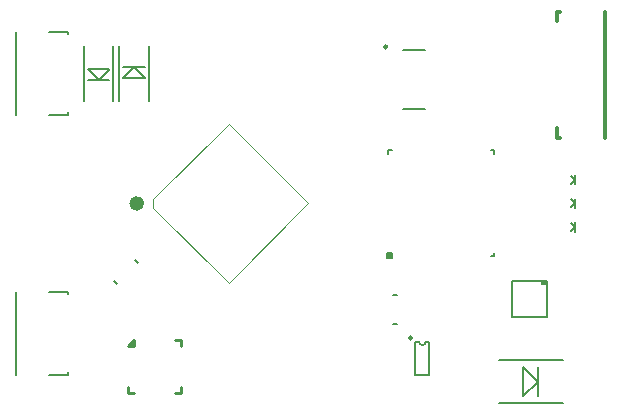
<source format=gto>
G04 Layer_Color=65535*
%FSLAX44Y44*%
%MOMM*%
G71*
G01*
G75*
%ADD47C,0.2000*%
%ADD48C,0.3000*%
%ADD50C,0.2500*%
%ADD56C,0.1500*%
%ADD78C,0.2540*%
%ADD79C,0.7500*%
%ADD80C,0.1000*%
D47*
X341000Y-117000D02*
G03*
X347000Y-117000I3000J0D01*
G01*
X91000Y115500D02*
X109000D01*
X87500Y87000D02*
Y133000D01*
X112500Y87000D02*
Y133000D01*
X90800Y106000D02*
X100000Y115200D01*
X91000Y106000D02*
X109000D01*
X109100Y106100D01*
X100000Y115200D02*
X109100Y106100D01*
X61000Y104500D02*
X79000D01*
X82500Y87000D02*
Y133000D01*
X57500Y87000D02*
Y133000D01*
X70000Y104800D02*
X79200Y114000D01*
X61000D02*
X79000D01*
X60900Y113900D02*
X61000Y114000D01*
X60900Y113900D02*
X70000Y104800D01*
X347000Y-117000D02*
X350000D01*
X338000D02*
X341000D01*
X350000Y-145000D02*
Y-117000D01*
X338000Y-145000D02*
X350000D01*
X338000D02*
Y-117000D01*
X420000Y-96000D02*
Y-66000D01*
Y-96000D02*
X450000D01*
Y-66000D01*
X420000D02*
X450000D01*
X445000Y-68500D02*
X450000D01*
X445000D02*
Y-66000D01*
X447500D01*
Y-68500D02*
Y-66000D01*
X445000Y-67250D02*
X450000D01*
X28000Y-75000D02*
X44000D01*
Y-77000D02*
Y-75000D01*
Y-145000D02*
Y-143000D01*
X28000Y-145000D02*
X44000D01*
X0D02*
Y-75000D01*
X28000Y145000D02*
X44000D01*
Y143000D02*
Y145000D01*
Y75000D02*
Y77000D01*
X28000Y75000D02*
X44000D01*
X0D02*
Y145000D01*
X328000Y80000D02*
X346000D01*
X328000Y130000D02*
X346000D01*
X409000Y-133000D02*
X463000D01*
X409000Y-169000D02*
X463000D01*
X429200Y-163500D02*
Y-138500D01*
Y-163500D02*
X441700Y-151000D01*
X429200Y-138500D02*
X441700Y-151000D01*
Y-163500D02*
Y-138500D01*
X473000Y16000D02*
Y24000D01*
X469500Y23500D02*
X473000Y20000D01*
X469500Y16500D02*
X473000Y20000D01*
X473000Y-4000D02*
Y4000D01*
X469500Y3500D02*
X473000Y0D01*
X469500Y-3500D02*
X473000Y0D01*
X473000Y-24000D02*
Y-16000D01*
X469500Y-16500D02*
X473000Y-20000D01*
X469500Y-23500D02*
X473000Y-20000D01*
D48*
X458000Y154250D02*
Y162250D01*
X461000D01*
X458000Y55750D02*
X461000D01*
X458000D02*
Y63750D01*
X499000Y55750D02*
Y162250D01*
D50*
X314250Y132550D02*
G03*
X314250Y132550I-1250J0D01*
G01*
D56*
X318932Y-77452D02*
X322932D01*
X318932Y-102451D02*
X322932D01*
X82747Y-65425D02*
X85575Y-68253D01*
X100425Y-47747D02*
X103253Y-50575D01*
X315000Y45000D02*
X318000D01*
X315000Y42000D02*
Y45000D01*
Y-45000D02*
X318000D01*
X315000D02*
Y-42000D01*
X405000Y-45000D02*
Y-42000D01*
X402000Y-45000D02*
X405000D01*
X402000Y45000D02*
X405000D01*
Y42000D02*
Y45000D01*
X315000Y-42000D02*
X316000D01*
Y-45000D02*
Y-42000D01*
Y-45000D02*
X317000D01*
Y-42000D01*
X318000D01*
Y-45000D02*
Y-42000D01*
X316000D02*
X317000D01*
X314000D02*
X317000D01*
X314000Y-46000D02*
Y-42000D01*
Y-46000D02*
X318000D01*
Y-45000D01*
D78*
X335000Y-114000D02*
G03*
X335000Y-114000I-1000J0D01*
G01*
X94500Y-160500D02*
Y-155500D01*
Y-160500D02*
X99500D01*
X134500D02*
X139500D01*
Y-155500D01*
Y-120500D02*
Y-115500D01*
X134500D02*
X139500D01*
X99500Y-120500D02*
Y-115500D01*
X94500Y-120500D02*
X99500Y-115500D01*
X94500Y-120500D02*
X99500D01*
D79*
X104718Y0D02*
G03*
X104718Y0I-2500J0D01*
G01*
D80*
X116360Y-3536D02*
Y3536D01*
Y-3536D02*
X180000Y-67175D01*
X247175Y0D01*
X180000Y67175D02*
X247175Y0D01*
X116360Y3536D02*
X180000Y67175D01*
M02*

</source>
